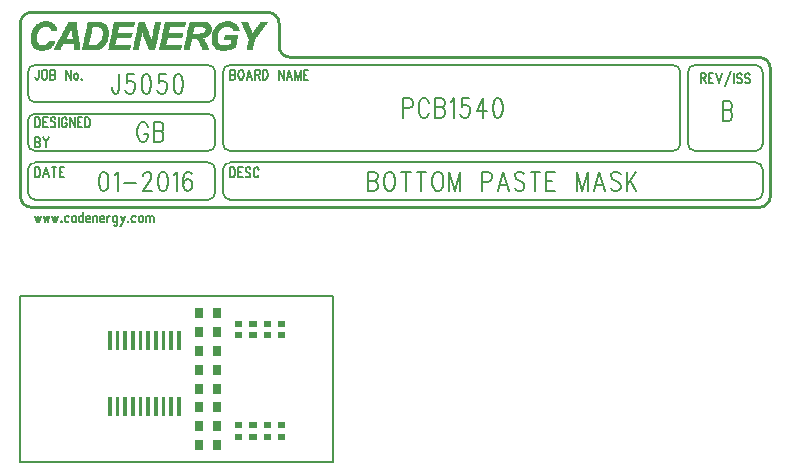
<source format=gbp>
*
*
G04 PADS Layout (Build Number 2007.21.1) generated Gerber (RS-274-X) file*
G04 PC Version=2.1*
*
%IN "J5050.pcb"*%
*
%MOMM*%
*
%FSLAX44Y44*%
*
*
*
*
G04 PC Standard Apertures*
*
*
G04 Thermal Relief Aperture macro.*
%AMTER*
1,1,$1,0,0*
1,0,$1-$2,0,0*
21,0,$3,$4,0,0,45*
21,0,$3,$4,0,0,135*
%
*
*
G04 Annular Aperture macro.*
%AMANN*
1,1,$1,0,0*
1,0,$2,0,0*
%
*
*
G04 Odd Aperture macro.*
%AMODD*
1,1,$1,0,0*
1,0,$1-0.005,0,0*
%
*
*
G04 PC Custom Aperture Macros*
*
*
*
*
*
*
G04 PC Aperture Table*
*
%ADD010C,0.254*%
%ADD011C,0.2032*%
%ADD012C,0.0508*%
%ADD013C,0.127*%
%ADD023C,0.0254*%
%ADD038R,0.635X0.889*%
%ADD071R,0.5X0.5*%
%ADD081C,0.15*%
%ADD086R,0.3X0.3*%
*
*
*
*
G04 PC Circuitry*
G04 Layer Name J5050.pcb - circuitry*
%LPD*%
*
*
G04 PC Custom Flashes*
G04 Layer Name J5050.pcb - flashes*
%LPD*%
*
*
G04 PC Circuitry*
G04 Layer Name J5050.pcb - circuitry*
%LPD*%
*
G54D10*
G01X315000Y655000D02*
G75*
G03X324525Y645475I9525J0D01*
G01X940475*
G03X950000Y655000I0J9525*
G01Y762950*
G03X940475Y772475I-9525J0*
G01X543600*
X534075Y782000D02*
G03X543600Y772475I9525J0D01*
G01X534075Y782000D02*
Y801050D01*
G03X524550Y810575I-9525J0*
G01X324525*
G03X315000Y801050I0J-9525*
G01Y655000*
G54D11*
X880150Y699450D02*
G03X886500Y693100I6350J0D01*
G01X937300*
G03X943650Y699450I0J6350*
G01Y759775*
G03X937300Y766125I-6350J0*
G01X886500*
G03X880150Y759775I0J-6350*
G01Y699450*
X486450Y658175D02*
G03X492800Y651825I6350J0D01*
G01X937300*
G03X943650Y658175I0J6350*
G01Y677225*
G03X937300Y683575I-6350J0*
G01X492800*
G03X486450Y677225I0J-6350*
G01Y658175*
X492800Y766125D02*
G03X486450Y759775I0J-6350D01*
G01X492800Y766125D02*
X867450D01*
X873800Y759775D02*
G03X867450Y766125I-6350J0D01*
G01X873800Y759775D02*
Y699450D01*
X867450Y693100D02*
G03X873800Y699450I0J6350D01*
G01X867450Y693100D02*
X492800D01*
X486450Y699450D02*
G03X492800Y693100I6350J0D01*
G01X486450Y699450D02*
Y759775D01*
X327700Y683575D02*
G03X321350Y677225I0J-6350D01*
G01X327700Y683575D02*
X473750D01*
X480100Y677225D02*
G03X473750Y683575I-6350J0D01*
G01X480100Y677225D02*
Y658175D01*
X473750Y651825D02*
G03X480100Y658175I0J6350D01*
G01X473750Y651825D02*
X327700D01*
X321350Y658175D02*
G03X327700Y651825I6350J0D01*
G01X321350Y658175D02*
Y677225D01*
X327700Y724850D02*
G03X321350Y718500I0J-6350D01*
G01X327700Y724850D02*
X473750D01*
X480100Y718500D02*
G03X473750Y724850I-6350J0D01*
G01X480100Y718500D02*
Y699450D01*
X473750Y693100D02*
G03X480100Y699450I0J6350D01*
G01X473750Y693100D02*
X327700D01*
X321350Y699450D02*
G03X327700Y693100I6350J0D01*
G01X321350Y699450D02*
Y718500D01*
X480100Y759775D02*
G03X473750Y766125I-6350J0D01*
G01X327700*
G03X321350Y759775I0J-6350*
G01Y740725*
G03X327700Y734375I6350J0*
G01X473750*
G03X480100Y740725I0J6350*
G01Y759775*
X398553Y758266D02*
Y745566D01*
X398553D02*
X397976Y743185D01*
X397976D02*
X397398Y742391D01*
X397398D02*
X396244Y741598D01*
X395089*
X395089D02*
X393935Y742391D01*
X393935D02*
X393357Y743185D01*
X393357D02*
X392780Y745566D01*
X392780D02*
Y747154D01*
X411253Y758266D02*
X405480D01*
X405480D02*
X404903Y751123D01*
X405480Y751916*
X405480D02*
X407212Y752710D01*
X407212D02*
X408944D01*
X408944D02*
X410676Y751916D01*
X410676D02*
X411830Y750329D01*
X411830D02*
X412407Y747948D01*
X412407D02*
X411830Y746360D01*
X411830D02*
X411253Y743979D01*
X410098Y742391*
X410098D02*
X408366Y741598D01*
X408366D02*
X406635D01*
X404903Y742391*
X404903D02*
X404326Y743185D01*
X404326D02*
X403748Y744773D01*
X421066Y758266D02*
X419335Y757473D01*
X418180Y755091*
X418180D02*
X417603Y751123D01*
Y748741*
X417603D02*
X418180Y744773D01*
X418180D02*
X419335Y742391D01*
X419335D02*
X421066Y741598D01*
X421066D02*
X422221D01*
X423953Y742391*
X423953D02*
X425107Y744773D01*
X425107D02*
X425685Y748741D01*
X425685D02*
Y751123D01*
X425107Y755091*
X425107D02*
X423953Y757473D01*
X422221Y758266*
X422221D02*
X421066D01*
X438385D02*
X432612D01*
X432612D02*
X432035Y751123D01*
X432612Y751916*
X432612D02*
X434344Y752710D01*
X434344D02*
X436076D01*
X436076D02*
X437807Y751916D01*
X437807D02*
X438962Y750329D01*
X439539Y747948*
X439539D02*
X438962Y746360D01*
X438962D02*
X438385Y743979D01*
X437230Y742391*
X437230D02*
X435498Y741598D01*
X435498D02*
X433766D01*
X433766D02*
X432035Y742391D01*
X432035D02*
X431457Y743185D01*
X431457D02*
X430880Y744773D01*
X448198Y758266D02*
X446466Y757473D01*
X446466D02*
X445312Y755091D01*
X445312D02*
X444735Y751123D01*
Y748741*
X444735D02*
X445312Y744773D01*
X446466Y742391*
X446466D02*
X448198Y741598D01*
X448198D02*
X449353D01*
X451085Y742391*
X451085D02*
X452239Y744773D01*
X452239D02*
X452816Y748741D01*
X452816D02*
Y751123D01*
X452816D02*
X452239Y755091D01*
X452239D02*
X451085Y757473D01*
X449353Y758266*
X449353D02*
X448198D01*
X422801Y713658D02*
X422223Y715245D01*
X422223D02*
X421069Y716833D01*
X419914Y717626*
X419914D02*
X417605D01*
X417605D02*
X416451Y716833D01*
X415296Y715245*
X415296D02*
X414719Y713658D01*
X414142Y711276*
X414142D02*
Y707308D01*
X414719Y704926*
X414719D02*
X415296Y703339D01*
X415296D02*
X416451Y701751D01*
X416451D02*
X417605Y700958D01*
X417605D02*
X419914D01*
X419914D02*
X421069Y701751D01*
X421069D02*
X422223Y703339D01*
X422223D02*
X422801Y704926D01*
X422801D02*
Y707308D01*
X419914D02*
X422801D01*
X427996Y717626D02*
Y700958D01*
Y717626D02*
X433192D01*
X433192D02*
X434923Y716833D01*
X434923D02*
X435501Y716039D01*
X436078Y714451*
X436078D02*
Y712864D01*
X435501Y711276*
X435501D02*
X434923Y710483D01*
X434923D02*
X433192Y709689D01*
X427996D02*
X433192D01*
X434923Y708895*
X434923D02*
X435501Y708101D01*
X435501D02*
X436078Y706514D01*
Y704133*
X435501Y702545*
X435501D02*
X434923Y701751D01*
X434923D02*
X433192Y700958D01*
X427996*
X384989Y675716D02*
X383257Y674923D01*
X383257D02*
X382103Y672541D01*
X382103D02*
X381525Y668573D01*
X381525D02*
Y666191D01*
X381525D02*
X382103Y662223D01*
X383257Y659841*
X383257D02*
X384989Y659048D01*
X386144*
X387875Y659841*
X387875D02*
X389030Y662223D01*
X389607Y666191*
X389607D02*
Y668573D01*
X389607D02*
X389030Y672541D01*
X389030D02*
X387875Y674923D01*
X387875D02*
X386144Y675716D01*
X386144D02*
X384989D01*
X394803Y672541D02*
X395957Y673335D01*
X395957D02*
X397689Y675716D01*
X397689D02*
Y659048D01*
X402884Y666191D02*
X413275D01*
X419048Y671748D02*
Y672541D01*
X419048D02*
X419625Y674129D01*
X419625D02*
X420203Y674923D01*
X421357Y675716*
X421357D02*
X423666D01*
X423666D02*
X424821Y674923D01*
X425398Y674129*
X425398D02*
X425975Y672541D01*
X425975D02*
Y670954D01*
X425975D02*
X425398Y669366D01*
X425398D02*
X424244Y666985D01*
X424244D02*
X418471Y659048D01*
X426553*
X435212Y675716D02*
X433480Y674923D01*
X432325Y672541*
X432325D02*
X431748Y668573D01*
X431748D02*
Y666191D01*
X431748D02*
X432325Y662223D01*
X432325D02*
X433480Y659841D01*
X433480D02*
X435212Y659048D01*
X436366*
X436366D02*
X438098Y659841D01*
X438098D02*
X439253Y662223D01*
X439830Y666191*
X439830D02*
Y668573D01*
X439253Y672541*
X439253D02*
X438098Y674923D01*
X438098D02*
X436366Y675716D01*
X436366D02*
X435212D01*
X445025Y672541D02*
X446180Y673335D01*
X446180D02*
X447912Y675716D01*
X447912D02*
Y659048D01*
X460034Y673335D02*
X459457Y674923D01*
X459457D02*
X457725Y675716D01*
X457725D02*
X456571D01*
X456571D02*
X454839Y674923D01*
X453684Y672541*
X453684D02*
X453107Y668573D01*
X453107D02*
Y664604D01*
X453107D02*
X453684Y661429D01*
X453684D02*
X454839Y659841D01*
X454839D02*
X456571Y659048D01*
X457148*
X457148D02*
X458880Y659841D01*
X458880D02*
X460034Y661429D01*
X460034D02*
X460612Y663810D01*
X460612D02*
Y664604D01*
X460034Y666985*
X460034D02*
X458880Y668573D01*
X457148Y669366*
X457148D02*
X456571D01*
X456571D02*
X454839Y668573D01*
X453684Y666985*
X453684D02*
X453107Y664604D01*
X638988Y737946D02*
Y721278D01*
Y737946D02*
X644184D01*
X644184D02*
X645915Y737153D01*
X645915D02*
X646493Y736359D01*
X647070Y734771*
X647070D02*
Y732390D01*
X647070D02*
X646493Y730803D01*
X645915Y730009*
X645915D02*
X644184Y729215D01*
X644184D02*
X638988D01*
X660924Y733978D02*
X660347Y735565D01*
X660347D02*
X659193Y737153D01*
X658038Y737946*
X658038D02*
X655729D01*
X655729D02*
X654574Y737153D01*
X654574D02*
X653420Y735565D01*
X653420D02*
X652843Y733978D01*
X652265Y731596*
X652265D02*
Y727628D01*
X652265D02*
X652843Y725246D01*
X652843D02*
X653420Y723659D01*
X654574Y722071*
X654574D02*
X655729Y721278D01*
X658038*
X658038D02*
X659193Y722071D01*
X659193D02*
X660347Y723659D01*
X660347D02*
X660924Y725246D01*
X666120Y737946D02*
Y721278D01*
Y737946D02*
X671315D01*
X671315D02*
X673047Y737153D01*
X673047D02*
X673624Y736359D01*
X673624D02*
X674202Y734771D01*
X674202D02*
Y733184D01*
X673624Y731596*
X673624D02*
X673047Y730803D01*
X673047D02*
X671315Y730009D01*
X666120D02*
X671315D01*
X671315D02*
X673047Y729215D01*
X673047D02*
X673624Y728421D01*
X673624D02*
X674202Y726834D01*
Y724453*
X673624Y722865*
X673624D02*
X673047Y722071D01*
X673047D02*
X671315Y721278D01*
X671315D02*
X666120D01*
X679397Y734771D02*
X680552Y735565D01*
X680552D02*
X682284Y737946D01*
X682284D02*
Y721278D01*
X694984Y737946D02*
X689211D01*
X689211D02*
X688634Y730803D01*
X689211Y731596*
X689211D02*
X690943Y732390D01*
X690943D02*
X692674D01*
X692674D02*
X694406Y731596D01*
X694406D02*
X695561Y730009D01*
X696138Y727628*
X696138D02*
X695561Y726040D01*
X695561D02*
X694984Y723659D01*
X693829Y722071*
X693829D02*
X692097Y721278D01*
X692097D02*
X690365D01*
X690365D02*
X688634Y722071D01*
X688634D02*
X688056Y722865D01*
X688056D02*
X687479Y724453D01*
X707106Y737946D02*
X701334Y726834D01*
X709993*
X707106Y737946D02*
Y721278D01*
X718652Y737946D02*
X716920Y737153D01*
X715765Y734771*
X715765D02*
X715188Y730803D01*
X715188D02*
Y728421D01*
X715188D02*
X715765Y724453D01*
X715765D02*
X716920Y722071D01*
X716920D02*
X718652Y721278D01*
X719806*
X719806D02*
X721538Y722071D01*
X721538D02*
X722693Y724453D01*
X723270Y728421*
X723270D02*
Y730803D01*
X722693Y734771*
X722693D02*
X721538Y737153D01*
X721538D02*
X719806Y737946D01*
X719806D02*
X718652D01*
X909556Y735406D02*
Y718738D01*
Y735406D02*
X914751D01*
X914751D02*
X916483Y734613D01*
X916483D02*
X917060Y733819D01*
X917060D02*
X917638Y732231D01*
X917638D02*
Y730644D01*
X917060Y729056*
X917060D02*
X916483Y728263D01*
X916483D02*
X914751Y727469D01*
X909556D02*
X914751D01*
X914751D02*
X916483Y726675D01*
X916483D02*
X917060Y725881D01*
X917060D02*
X917638Y724294D01*
Y721913*
X917060Y720325*
X917060D02*
X916483Y719531D01*
X916483D02*
X914751Y718738D01*
X914751D02*
X909556D01*
X609605Y675716D02*
Y659048D01*
Y675716D02*
X614800D01*
X614800D02*
X616532Y674923D01*
X616532D02*
X617109Y674129D01*
X617109D02*
X617687Y672541D01*
X617687D02*
Y670954D01*
X617109Y669366*
X617109D02*
X616532Y668573D01*
X616532D02*
X614800Y667779D01*
X609605D02*
X614800D01*
X614800D02*
X616532Y666985D01*
X616532D02*
X617109Y666191D01*
X617109D02*
X617687Y664604D01*
Y662223*
X617109Y660635*
X617109D02*
X616532Y659841D01*
X616532D02*
X614800Y659048D01*
X614800D02*
X609605D01*
X626346Y675716D02*
X625191Y674923D01*
X625191D02*
X624037Y673335D01*
X624037D02*
X623459Y671748D01*
X623459D02*
X622882Y669366D01*
X622882D02*
Y665398D01*
X622882D02*
X623459Y663016D01*
X623459D02*
X624037Y661429D01*
X625191Y659841*
X625191D02*
X626346Y659048D01*
X628655*
X629809Y659841*
X629809D02*
X630964Y661429D01*
X631541Y663016*
X631541D02*
X632119Y665398D01*
Y669366*
X632119D02*
X631541Y671748D01*
X631541D02*
X630964Y673335D01*
X630964D02*
X629809Y674923D01*
X629809D02*
X628655Y675716D01*
X628655D02*
X626346D01*
X641355D02*
Y659048D01*
X637314Y675716D02*
X645396D01*
X654632D02*
Y659048D01*
X650591Y675716D02*
X658673D01*
X667332D02*
X666178Y674923D01*
X665023Y673335*
X665023D02*
X664446Y671748D01*
X663869Y669366*
X663869D02*
Y665398D01*
X664446Y663016*
X664446D02*
X665023Y661429D01*
X665023D02*
X666178Y659841D01*
X666178D02*
X667332Y659048D01*
X667332D02*
X669641D01*
X669641D02*
X670796Y659841D01*
X670796D02*
X671950Y661429D01*
X671950D02*
X672528Y663016D01*
X672528D02*
X673105Y665398D01*
Y669366*
X673105D02*
X672528Y671748D01*
X671950Y673335*
X671950D02*
X670796Y674923D01*
X669641Y675716*
X669641D02*
X667332D01*
X678300D02*
Y659048D01*
Y675716D02*
X682919Y659048D01*
X687537Y675716D02*
X682919Y659048D01*
X687537Y675716D02*
Y659048D01*
X706009Y675716D02*
Y659048D01*
Y675716D02*
X711205D01*
X711205D02*
X712937Y674923D01*
X713514Y674129*
X714091Y672541*
X714091D02*
Y670160D01*
X714091D02*
X713514Y668573D01*
X712937Y667779*
X711205Y666985*
X711205D02*
X706009D01*
X723905Y675716D02*
X719287Y659048D01*
X723905Y675716D02*
X728523Y659048D01*
X721019Y664604D02*
X726791D01*
X741800Y673335D02*
X740646Y674923D01*
X738914Y675716*
X738914D02*
X736605D01*
X736605D02*
X734873Y674923D01*
X734873D02*
X733719Y673335D01*
X733719D02*
Y671748D01*
X734296Y670160*
X734296D02*
X734873Y669366D01*
X734873D02*
X736028Y668573D01*
X739491Y666985*
X739491D02*
X740646Y666191D01*
X740646D02*
X741223Y665398D01*
X741223D02*
X741800Y663810D01*
X741800D02*
Y661429D01*
X741800D02*
X740646Y659841D01*
X740646D02*
X738914Y659048D01*
X736605*
X734873Y659841*
X734873D02*
X733719Y661429D01*
X751037Y675716D02*
Y659048D01*
X746996Y675716D02*
X755078D01*
X760273D02*
Y659048D01*
Y675716D02*
X767778D01*
X760273Y667779D02*
X764891D01*
X760273Y659048D02*
X767778D01*
X786250Y675716D02*
Y659048D01*
Y675716D02*
X790869Y659048D01*
X795487Y675716D02*
X790869Y659048D01*
X795487Y675716D02*
Y659048D01*
X805300Y675716D02*
X800682Y659048D01*
X805300Y675716D02*
X809919Y659048D01*
X802414Y664604D02*
X808187D01*
X823196Y673335D02*
X822041Y674923D01*
X822041D02*
X820309Y675716D01*
X820309D02*
X818000D01*
X818000D02*
X816269Y674923D01*
X815114Y673335*
X815114D02*
Y671748D01*
X815691Y670160*
X815691D02*
X816269Y669366D01*
X816269D02*
X817423Y668573D01*
X817423D02*
X820887Y666985D01*
X820887D02*
X822041Y666191D01*
X822041D02*
X822619Y665398D01*
X823196Y663810*
X823196D02*
Y661429D01*
X822041Y659841*
X822041D02*
X820309Y659048D01*
X820309D02*
X818000D01*
X818000D02*
X816269Y659841D01*
X816269D02*
X815114Y661429D01*
X828391Y675716D02*
Y659048D01*
X836473Y675716D02*
X828391Y664604D01*
X831278Y668573D02*
X836473Y659048D01*
G54D12*
X330875Y778825D02*
X335073D01*
X484227D02*
X489156D01*
X329414Y779190D02*
X336534D01*
X343289D02*
X347853D01*
X360815D02*
X365014D01*
X367022D02*
X378888D01*
X389295D02*
X407003D01*
X410107D02*
X414306D01*
X423981D02*
X428180D01*
X432379D02*
X450088D01*
X453191D02*
X457390D01*
X469257D02*
X474186D01*
X482767D02*
X490982D01*
X506500D02*
X510699D01*
X328684Y779555D02*
X337629D01*
X343289D02*
X348218D01*
X360815D02*
X365014D01*
X367022D02*
X380349D01*
X389295D02*
X407003D01*
X410107D02*
X414671D01*
X423616D02*
X428545D01*
X432379D02*
X450088D01*
X453191D02*
X457755D01*
X468892D02*
X473821D01*
X481671D02*
X492442D01*
X506500D02*
X511064D01*
X327954Y779920D02*
X338360D01*
X343654D02*
X348218D01*
X360815D02*
X365014D01*
X367387D02*
X381444D01*
X389660D02*
X407368D01*
X410472D02*
X414671D01*
X423616D02*
X428545D01*
X432744D02*
X450453D01*
X453557D02*
X457755D01*
X468892D02*
X473821D01*
X480941D02*
X493538D01*
X506865D02*
X511064D01*
X327588Y780285D02*
X339090D01*
X343654D02*
X348583D01*
X360450D02*
X365014D01*
X367387D02*
X382175D01*
X389660D02*
X407368D01*
X410472D02*
X414671D01*
X423616D02*
X428545D01*
X432744D02*
X450453D01*
X453557D02*
X457755D01*
X468892D02*
X473821D01*
X480576D02*
X494268D01*
X506865D02*
X511064D01*
X326858Y780650D02*
X339820D01*
X344019D02*
X348583D01*
X360450D02*
X364649D01*
X367387D02*
X382905D01*
X389660D02*
X407368D01*
X410472D02*
X414671D01*
X423251D02*
X428545D01*
X432744D02*
X450453D01*
X453557D02*
X457755D01*
X468527D02*
X473456D01*
X480211D02*
X494998D01*
X506865D02*
X511064D01*
X326493Y781015D02*
X340185D01*
X344019D02*
X348948D01*
X360450D02*
X364649D01*
X367387D02*
X383635D01*
X389660D02*
X407733D01*
X410472D02*
X414671D01*
X423251D02*
X428545D01*
X432744D02*
X450818D01*
X453557D02*
X457755D01*
X468527D02*
X473456D01*
X479846D02*
X495728D01*
X506865D02*
X511064D01*
X326128Y781380D02*
X340550D01*
X344384D02*
X348948D01*
X360450D02*
X364649D01*
X367387D02*
X384000D01*
X389660D02*
X407733D01*
X410472D02*
X415036D01*
X422886D02*
X428911D01*
X432744D02*
X450818D01*
X453557D02*
X458121D01*
X468527D02*
X473091D01*
X479480D02*
X496459D01*
X506865D02*
X511429D01*
X326128Y781746D02*
X340915D01*
X344749D02*
X349313D01*
X360450D02*
X364649D01*
X367752D02*
X384365D01*
X390025D02*
X407733D01*
X410837D02*
X415036D01*
X422886D02*
X428911D01*
X433110D02*
X450818D01*
X453922D02*
X458121D01*
X468162D02*
X473091D01*
X479115D02*
X496824D01*
X507230D02*
X511429D01*
X325763Y782111D02*
X341281D01*
X344749D02*
X349678D01*
X360450D02*
X364649D01*
X367752D02*
X384730D01*
X390025D02*
X407733D01*
X410837D02*
X415036D01*
X422886D02*
X428911D01*
X433110D02*
X450818D01*
X453922D02*
X458121D01*
X468162D02*
X473091D01*
X478750D02*
X496824D01*
X507230D02*
X511429D01*
X325398Y782476D02*
X341646D01*
X345114D02*
X349678D01*
X360450D02*
X364649D01*
X367752D02*
X385096D01*
X390025D02*
X408098D01*
X410837D02*
X415036D01*
X422521D02*
X428911D01*
X433110D02*
X451183D01*
X453922D02*
X458121D01*
X467796D02*
X472726D01*
X478385D02*
X496824D01*
X507230D02*
X511429D01*
X325398Y782841D02*
X331787D01*
X334891D02*
X342011D01*
X345114D02*
X350044D01*
X360085D02*
X364649D01*
X367752D02*
X385461D01*
X390025D02*
X408098D01*
X410837D02*
X415036D01*
X422521D02*
X428911D01*
X433110D02*
X451183D01*
X453922D02*
X458121D01*
X467796D02*
X472726D01*
X478385D02*
X484775D01*
X488974D02*
X496824D01*
X507230D02*
X511429D01*
X325033Y783206D02*
X331057D01*
X336351D02*
X342376D01*
X345480D02*
X350044D01*
X360085D02*
X364283D01*
X367752D02*
X372316D01*
X378341D02*
X385826D01*
X390025D02*
X394589D01*
X410837D02*
X415401D01*
X422521D02*
X429276D01*
X433110D02*
X437674D01*
X453922D02*
X458486D01*
X467431D02*
X472360D01*
X478020D02*
X483679D01*
X490434D02*
X496824D01*
X507230D02*
X511794D01*
X325033Y783571D02*
X330327D01*
X337082D02*
X342376D01*
X345480D02*
X350409D01*
X360085D02*
X364283D01*
X368117D02*
X372316D01*
X379801D02*
X386191D01*
X390390D02*
X394589D01*
X411202D02*
X415401D01*
X422156D02*
X429276D01*
X433475D02*
X437674D01*
X454287D02*
X458486D01*
X467431D02*
X472360D01*
X478020D02*
X482949D01*
X491530D02*
X497189D01*
X507595D02*
X511794D01*
X324667Y783936D02*
X329962D01*
X337447D02*
X342741D01*
X345845D02*
X350409D01*
X360085D02*
X364283D01*
X368117D02*
X372316D01*
X380532D02*
X386556D01*
X390390D02*
X394589D01*
X411202D02*
X415401D01*
X422156D02*
X429276D01*
X433475D02*
X437674D01*
X454287D02*
X458486D01*
X467431D02*
X471995D01*
X477655D02*
X482584D01*
X492625D02*
X497189D01*
X507595D02*
X511794D01*
X324667Y784301D02*
X329597D01*
X337812D02*
X343106D01*
X345845D02*
X364283D01*
X368117D02*
X372316D01*
X380897D02*
X386556D01*
X390390D02*
X394589D01*
X411202D02*
X415401D01*
X421791D02*
X429276D01*
X433475D02*
X437674D01*
X454287D02*
X458486D01*
X467066D02*
X471995D01*
X477655D02*
X482219D01*
X492990D02*
X497189D01*
X507595D02*
X511794D01*
X324302Y784667D02*
X329231D01*
X338542D02*
X343106D01*
X346210D02*
X364283D01*
X368117D02*
X372681D01*
X381627D02*
X386921D01*
X390390D02*
X394954D01*
X411202D02*
X415401D01*
X421791D02*
X429641D01*
X433475D02*
X438039D01*
X454287D02*
X458851D01*
X467066D02*
X471630D01*
X477290D02*
X482219D01*
X492990D02*
X497189D01*
X507595D02*
X512159D01*
X324302Y785032D02*
X328866D01*
X338542D02*
X343471D01*
X346210D02*
X364283D01*
X368482D02*
X372681D01*
X381992D02*
X387286D01*
X390755D02*
X394954D01*
X411567D02*
X415766D01*
X421791D02*
X429641D01*
X433840D02*
X438039D01*
X454652D02*
X458851D01*
X466701D02*
X471630D01*
X477290D02*
X481854D01*
X492990D02*
X497554D01*
X507960D02*
X512159D01*
X324302Y785397D02*
X328866D01*
X338907D02*
X343471D01*
X346575D02*
X364283D01*
X368482D02*
X372681D01*
X382357D02*
X387286D01*
X390755D02*
X394954D01*
X411567D02*
X415766D01*
X421426D02*
X429641D01*
X433840D02*
X438039D01*
X454652D02*
X458851D01*
X466701D02*
X471265D01*
X477290D02*
X481489D01*
X492990D02*
X497554D01*
X507960D02*
X512159D01*
X324302Y785762D02*
X328501D01*
X339272D02*
X343836D01*
X346575D02*
X363918D01*
X368482D02*
X372681D01*
X382357D02*
X387651D01*
X390755D02*
X394954D01*
X411567D02*
X415766D01*
X421426D02*
X429641D01*
X433840D02*
X438039D01*
X454652D02*
X458851D01*
X466336D02*
X471265D01*
X477290D02*
X481489D01*
X493355D02*
X497554D01*
X507960D02*
X512159D01*
X324302Y786127D02*
X328501D01*
X339272D02*
X343471D01*
X346940D02*
X363918D01*
X368482D02*
X372681D01*
X382722D02*
X387651D01*
X390755D02*
X394954D01*
X411567D02*
X415766D01*
X421060D02*
X429641D01*
X433840D02*
X438039D01*
X454652D02*
X458851D01*
X466336D02*
X470900D01*
X477290D02*
X481489D01*
X493355D02*
X497554D01*
X507960D02*
X512159D01*
X323937Y786492D02*
X328501D01*
X339638D02*
X340915D01*
X347305D02*
X363918D01*
X368482D02*
X373046D01*
X383087D02*
X388017D01*
X390755D02*
X395319D01*
X411567D02*
X415766D01*
X421060D02*
X430006D01*
X433840D02*
X438404D01*
X454652D02*
X459216D01*
X465971D02*
X470900D01*
X476925D02*
X481489D01*
X493355D02*
X497554D01*
X507960D02*
X512524D01*
X323937Y786857D02*
X328136D01*
X347305D02*
X363918D01*
X368848D02*
X373046D01*
X383087D02*
X388017D01*
X391120D02*
X395319D01*
X411932D02*
X416131D01*
X421060D02*
X430006D01*
X434205D02*
X438404D01*
X455017D02*
X459216D01*
X465971D02*
X470535D01*
X476925D02*
X481123D01*
X493355D02*
X497919D01*
X508325D02*
X512524D01*
X323937Y787222D02*
X328136D01*
X347670D02*
X363918D01*
X368848D02*
X373046D01*
X383453D02*
X388017D01*
X391120D02*
X395319D01*
X411932D02*
X416131D01*
X420695D02*
X430006D01*
X434205D02*
X438404D01*
X455017D02*
X459216D01*
X465606D02*
X470535D01*
X476925D02*
X481123D01*
X493720D02*
X497919D01*
X508325D02*
X512524D01*
X323937Y787588D02*
X328136D01*
X347670D02*
X363918D01*
X368848D02*
X373046D01*
X383818D02*
X388382D01*
X391120D02*
X395319D01*
X411932D02*
X416131D01*
X420695D02*
X425259D01*
X426172D02*
X430006D01*
X434205D02*
X438404D01*
X455017D02*
X459216D01*
X465241D02*
X470170D01*
X476925D02*
X481123D01*
X493720D02*
X497919D01*
X508325D02*
X512524D01*
X323937Y787953D02*
X328136D01*
X348035D02*
X363918D01*
X368848D02*
X373046D01*
X383818D02*
X388382D01*
X391120D02*
X395319D01*
X411932D02*
X416131D01*
X420695D02*
X425259D01*
X426172D02*
X430006D01*
X434205D02*
X438404D01*
X455017D02*
X459216D01*
X464875D02*
X469805D01*
X476925D02*
X481123D01*
X487148D02*
X497919D01*
X508325D02*
X512889D01*
X323937Y788318D02*
X328136D01*
X348035D02*
X352965D01*
X359354D02*
X363553D01*
X368848D02*
X373412D01*
X384183D02*
X388382D01*
X391120D02*
X395684D01*
X411932D02*
X416131D01*
X420330D02*
X424894D01*
X426172D02*
X430371D01*
X434205D02*
X438769D01*
X455017D02*
X459581D01*
X464510D02*
X469439D01*
X476925D02*
X481123D01*
X487148D02*
X497919D01*
X508325D02*
X512889D01*
X323937Y788683D02*
X328136D01*
X348401D02*
X352965D01*
X359354D02*
X363553D01*
X369213D02*
X373412D01*
X384183D02*
X388747D01*
X391485D02*
X395684D01*
X412297D02*
X416496D01*
X420330D02*
X424894D01*
X426172D02*
X430371D01*
X434570D02*
X438769D01*
X455382D02*
X459581D01*
X463780D02*
X469074D01*
X476925D02*
X481123D01*
X487513D02*
X498284D01*
X508325D02*
X513254D01*
X323937Y789048D02*
X328136D01*
X348401D02*
X353330D01*
X359354D02*
X363553D01*
X369213D02*
X373412D01*
X384183D02*
X388747D01*
X391485D02*
X395684D01*
X412297D02*
X416496D01*
X419965D02*
X424894D01*
X426172D02*
X430371D01*
X434570D02*
X438769D01*
X455382D02*
X468709D01*
X476925D02*
X481123D01*
X487513D02*
X498284D01*
X507960D02*
X513620D01*
X323937Y789413D02*
X328136D01*
X348766D02*
X353330D01*
X359354D02*
X363553D01*
X369213D02*
X373412D01*
X384548D02*
X388747D01*
X391485D02*
X395684D01*
X412297D02*
X416496D01*
X419965D02*
X424529D01*
X426537D02*
X430371D01*
X434570D02*
X438769D01*
X455382D02*
X470535D01*
X476925D02*
X481123D01*
X487513D02*
X498284D01*
X507960D02*
X513985D01*
X323937Y789778D02*
X328136D01*
X348766D02*
X353695D01*
X359354D02*
X363553D01*
X369213D02*
X373777D01*
X384548D02*
X388747D01*
X391485D02*
X408098D01*
X412297D02*
X416496D01*
X419965D02*
X424529D01*
X426537D02*
X430736D01*
X434570D02*
X451183D01*
X455382D02*
X471630D01*
X476925D02*
X481123D01*
X487513D02*
X498284D01*
X507595D02*
X513985D01*
X323937Y790143D02*
X328136D01*
X349131D02*
X353695D01*
X359354D02*
X363553D01*
X369578D02*
X373777D01*
X384548D02*
X388747D01*
X391850D02*
X408098D01*
X412663D02*
X416496D01*
X419600D02*
X424164D01*
X426537D02*
X430736D01*
X434935D02*
X451183D01*
X455747D02*
X472360D01*
X476925D02*
X481123D01*
X487878D02*
X498284D01*
X507595D02*
X514350D01*
X323937Y790509D02*
X328136D01*
X349131D02*
X354060D01*
X358989D02*
X363188D01*
X369578D02*
X373777D01*
X384548D02*
X389112D01*
X391850D02*
X408464D01*
X412663D02*
X416861D01*
X419600D02*
X424164D01*
X426537D02*
X430736D01*
X434935D02*
X451548D01*
X455747D02*
X473091D01*
X476925D02*
X481123D01*
X487878D02*
X498649D01*
X507595D02*
X514715D01*
X323937Y790874D02*
X328501D01*
X349496D02*
X354425D01*
X358989D02*
X363188D01*
X369578D02*
X373777D01*
X384913D02*
X389112D01*
X391850D02*
X408464D01*
X412663D02*
X416861D01*
X419235D02*
X424164D01*
X426537D02*
X430736D01*
X434935D02*
X451548D01*
X455747D02*
X473456D01*
X476925D02*
X481489D01*
X487878D02*
X498649D01*
X507230D02*
X515080D01*
X323937Y791239D02*
X328501D01*
X349861D02*
X354425D01*
X358989D02*
X363188D01*
X369578D02*
X373777D01*
X384913D02*
X389112D01*
X391850D02*
X408464D01*
X412663D02*
X416861D01*
X419235D02*
X423799D01*
X426902D02*
X430736D01*
X434935D02*
X451548D01*
X455747D02*
X473821D01*
X477290D02*
X481489D01*
X488243D02*
X498649D01*
X507230D02*
X515080D01*
X324302Y791604D02*
X328501D01*
X349861D02*
X354790D01*
X358989D02*
X363188D01*
X369578D02*
X374142D01*
X384913D02*
X389112D01*
X391850D02*
X408829D01*
X412663D02*
X416861D01*
X419235D02*
X423799D01*
X426902D02*
X431101D01*
X434935D02*
X451913D01*
X455747D02*
X474186D01*
X477290D02*
X481489D01*
X488243D02*
X498649D01*
X506865D02*
X515445D01*
X324302Y791969D02*
X328501D01*
X350226D02*
X354790D01*
X358989D02*
X363188D01*
X369943D02*
X374142D01*
X384913D02*
X389112D01*
X392216D02*
X408829D01*
X413028D02*
X416861D01*
X418870D02*
X423434D01*
X426902D02*
X431101D01*
X435300D02*
X451913D01*
X456112D02*
X474551D01*
X477290D02*
X481489D01*
X506865D02*
X515810D01*
X324302Y792334D02*
X328501D01*
X350226D02*
X355155D01*
X358989D02*
X363188D01*
X369943D02*
X374142D01*
X384913D02*
X389112D01*
X392216D02*
X408829D01*
X413028D02*
X417227D01*
X418870D02*
X423434D01*
X426902D02*
X431101D01*
X435300D02*
X451913D01*
X456112D02*
X474916D01*
X477290D02*
X481489D01*
X506500D02*
X516175D01*
X324302Y792699D02*
X328866D01*
X350591D02*
X355155D01*
X358624D02*
X363188D01*
X369943D02*
X374142D01*
X384913D02*
X389112D01*
X392216D02*
X408829D01*
X413028D02*
X417227D01*
X418870D02*
X423434D01*
X426902D02*
X431101D01*
X435300D02*
X451913D01*
X456112D02*
X460311D01*
X467431D02*
X474916D01*
X477290D02*
X481854D01*
X506500D02*
X516175D01*
X324302Y793064D02*
X328866D01*
X350591D02*
X355520D01*
X358624D02*
X362823D01*
X369943D02*
X374142D01*
X384913D02*
X389112D01*
X392216D02*
X409194D01*
X413028D02*
X417227D01*
X418505D02*
X423069D01*
X427268D02*
X431101D01*
X435300D02*
X452279D01*
X456112D02*
X460311D01*
X469257D02*
X475281D01*
X477655D02*
X481854D01*
X506500D02*
X511064D01*
X511611D02*
X516541D01*
X324667Y793430D02*
X328866D01*
X350956D02*
X355520D01*
X358624D02*
X362823D01*
X369943D02*
X374507D01*
X384913D02*
X389112D01*
X392216D02*
X409194D01*
X413028D02*
X417227D01*
X418505D02*
X423069D01*
X427268D02*
X431466D01*
X435300D02*
X452279D01*
X456112D02*
X460676D01*
X469987D02*
X475281D01*
X477655D02*
X481854D01*
X506135D02*
X510699D01*
X511977D02*
X516906D01*
X324667Y793795D02*
X329231D01*
X350956D02*
X355886D01*
X358624D02*
X362823D01*
X370308D02*
X374507D01*
X384913D02*
X389112D01*
X392581D02*
X396780D01*
X413393D02*
X417227D01*
X418139D02*
X423069D01*
X427268D02*
X431466D01*
X435665D02*
X439864D01*
X456478D02*
X460676D01*
X470352D02*
X475647D01*
X477655D02*
X482219D01*
X506135D02*
X510699D01*
X511977D02*
X517271D01*
X324667Y794160D02*
X329231D01*
X351322D02*
X355886D01*
X358624D02*
X362823D01*
X370308D02*
X374507D01*
X384913D02*
X389112D01*
X392581D02*
X396780D01*
X413393D02*
X417592D01*
X418139D02*
X422703D01*
X427268D02*
X431466D01*
X435665D02*
X439864D01*
X456478D02*
X460676D01*
X470717D02*
X475647D01*
X478020D02*
X482219D01*
X505769D02*
X510333D01*
X512342D02*
X517271D01*
X325033Y794525D02*
X329597D01*
X351322D02*
X356251D01*
X358624D02*
X362823D01*
X370308D02*
X374507D01*
X384913D02*
X389112D01*
X392581D02*
X396780D01*
X413393D02*
X417592D01*
X418139D02*
X422703D01*
X427268D02*
X431466D01*
X435665D02*
X439864D01*
X456478D02*
X460676D01*
X471083D02*
X475647D01*
X478020D02*
X482584D01*
X505769D02*
X510333D01*
X512707D02*
X517636D01*
X325033Y794890D02*
X329597D01*
X351687D02*
X356251D01*
X358624D02*
X362823D01*
X370308D02*
X374872D01*
X384913D02*
X389112D01*
X392581D02*
X397145D01*
X413393D02*
X422338D01*
X427633D02*
X431832D01*
X435665D02*
X440229D01*
X456478D02*
X461042D01*
X471448D02*
X476012D01*
X478385D02*
X482584D01*
X505404D02*
X510333D01*
X512707D02*
X518001D01*
X325033Y795255D02*
X329962D01*
X341098D02*
X342741D01*
X351687D02*
X356616D01*
X358259D02*
X362823D01*
X370308D02*
X374872D01*
X384548D02*
X389112D01*
X392581D02*
X397145D01*
X413393D02*
X422338D01*
X427633D02*
X431832D01*
X435665D02*
X440229D01*
X456478D02*
X461042D01*
X471448D02*
X476012D01*
X478385D02*
X482949D01*
X495546D02*
X496824D01*
X505404D02*
X509968D01*
X513072D02*
X518366D01*
X325398Y795620D02*
X329962D01*
X341098D02*
X345297D01*
X352052D02*
X356981D01*
X358259D02*
X362458D01*
X370673D02*
X374872D01*
X384548D02*
X388747D01*
X392946D02*
X397145D01*
X413758D02*
X422338D01*
X427633D02*
X431832D01*
X436031D02*
X440229D01*
X456843D02*
X461042D01*
X471813D02*
X476012D01*
X478385D02*
X482949D01*
X495181D02*
X499745D01*
X505039D02*
X509968D01*
X513437D02*
X518366D01*
X325398Y795985D02*
X330327D01*
X340733D02*
X345297D01*
X352417D02*
X356981D01*
X358259D02*
X362458D01*
X370673D02*
X374872D01*
X384548D02*
X388747D01*
X392946D02*
X397145D01*
X413758D02*
X421973D01*
X427633D02*
X431832D01*
X436031D02*
X440229D01*
X456843D02*
X461042D01*
X471813D02*
X476012D01*
X478750D02*
X483314D01*
X495181D02*
X499745D01*
X505039D02*
X509603D01*
X513802D02*
X518731D01*
X325763Y796351D02*
X330692D01*
X340733D02*
X345297D01*
X352417D02*
X357346D01*
X358259D02*
X362458D01*
X370673D02*
X374872D01*
X384183D02*
X388747D01*
X392946D02*
X397145D01*
X413758D02*
X421973D01*
X427633D02*
X431832D01*
X436031D02*
X440229D01*
X456843D02*
X461042D01*
X471813D02*
X476012D01*
X478750D02*
X483679D01*
X495181D02*
X499380D01*
X505039D02*
X509603D01*
X513802D02*
X519096D01*
X325763Y796716D02*
X331057D01*
X340733D02*
X344932D01*
X352782D02*
X357346D01*
X358259D02*
X362458D01*
X370673D02*
X375237D01*
X384183D02*
X388747D01*
X392946D02*
X397510D01*
X413758D02*
X421608D01*
X427998D02*
X432197D01*
X436031D02*
X440595D01*
X456843D02*
X461407D01*
X471813D02*
X476012D01*
X479115D02*
X484044D01*
X494816D02*
X499380D01*
X504674D02*
X509238D01*
X514167D02*
X519462D01*
X326128Y797081D02*
X331422D01*
X340368D02*
X344932D01*
X352782D02*
X357711D01*
X358259D02*
X362458D01*
X371038D02*
X375237D01*
X383818D02*
X388382D01*
X393311D02*
X397510D01*
X414123D02*
X421608D01*
X427998D02*
X432197D01*
X436396D02*
X440595D01*
X457208D02*
X461407D01*
X471813D02*
X476012D01*
X479480D02*
X484410D01*
X494451D02*
X499380D01*
X504674D02*
X509238D01*
X514532D02*
X519462D01*
X326128Y797446D02*
X331787D01*
X340003D02*
X344932D01*
X353147D02*
X357711D01*
X358259D02*
X362458D01*
X371038D02*
X375237D01*
X383453D02*
X388382D01*
X393311D02*
X397510D01*
X414123D02*
X421608D01*
X427998D02*
X432197D01*
X436396D02*
X440595D01*
X457208D02*
X461407D01*
X471448D02*
X476012D01*
X479480D02*
X484775D01*
X494085D02*
X499015D01*
X504309D02*
X508873D01*
X514898D02*
X519827D01*
X326493Y797811D02*
X332152D01*
X340003D02*
X344932D01*
X353147D02*
X362458D01*
X371038D02*
X375237D01*
X383087D02*
X388382D01*
X393311D02*
X397510D01*
X414123D02*
X421243D01*
X427998D02*
X432197D01*
X436396D02*
X440595D01*
X457208D02*
X461407D01*
X471448D02*
X476012D01*
X479846D02*
X485505D01*
X493720D02*
X499015D01*
X504309D02*
X508873D01*
X514898D02*
X520192D01*
X326858Y798176D02*
X332883D01*
X339638D02*
X344567D01*
X353512D02*
X362093D01*
X371038D02*
X375237D01*
X382357D02*
X388017D01*
X393311D02*
X397510D01*
X414123D02*
X421243D01*
X427998D02*
X432197D01*
X436396D02*
X440595D01*
X457208D02*
X461407D01*
X471083D02*
X476012D01*
X480211D02*
X485870D01*
X493355D02*
X499015D01*
X503944D02*
X508873D01*
X515263D02*
X520557D01*
X326858Y798541D02*
X333613D01*
X338907D02*
X344567D01*
X353512D02*
X362093D01*
X371038D02*
X375602D01*
X381627D02*
X388017D01*
X393311D02*
X397875D01*
X414123D02*
X421243D01*
X428363D02*
X432562D01*
X436396D02*
X440960D01*
X457208D02*
X461772D01*
X469987D02*
X475647D01*
X480211D02*
X486965D01*
X492625D02*
X498649D01*
X503944D02*
X508508D01*
X515628D02*
X520557D01*
X327223Y798906D02*
X334708D01*
X337812D02*
X344202D01*
X353877D02*
X362093D01*
X371403D02*
X387651D01*
X393676D02*
X410289D01*
X414488D02*
X420878D01*
X428363D02*
X432562D01*
X436761D02*
X453374D01*
X457573D02*
X475647D01*
X480576D02*
X488061D01*
X491895D02*
X498649D01*
X503944D02*
X508508D01*
X515993D02*
X520922D01*
X327588Y799272D02*
X344202D01*
X353877D02*
X362093D01*
X371403D02*
X387286D01*
X393676D02*
X410289D01*
X414488D02*
X420878D01*
X428363D02*
X432562D01*
X436761D02*
X453374D01*
X457573D02*
X475647D01*
X480941D02*
X498284D01*
X503579D02*
X508143D01*
X515993D02*
X521287D01*
X327954Y799637D02*
X343836D01*
X354243D02*
X362093D01*
X371403D02*
X387286D01*
X393676D02*
X410654D01*
X414488D02*
X420513D01*
X428363D02*
X432562D01*
X436761D02*
X453739D01*
X457573D02*
X475281D01*
X481306D02*
X497919D01*
X503579D02*
X508143D01*
X516358D02*
X521652D01*
X328319Y800002D02*
X343471D01*
X354608D02*
X362093D01*
X371403D02*
X386921D01*
X393676D02*
X410654D01*
X414488D02*
X420513D01*
X428363D02*
X432562D01*
X436761D02*
X453739D01*
X457573D02*
X475281D01*
X481671D02*
X497554D01*
X503214D02*
X507778D01*
X516723D02*
X521652D01*
X328684Y800367D02*
X343106D01*
X354608D02*
X362093D01*
X371403D02*
X386556D01*
X393676D02*
X410654D01*
X414488D02*
X420513D01*
X428728D02*
X432927D01*
X436761D02*
X453739D01*
X457573D02*
X474916D01*
X482036D02*
X497554D01*
X503214D02*
X507778D01*
X517088D02*
X522017D01*
X329414Y800732D02*
X342741D01*
X354973D02*
X361728D01*
X371769D02*
X386191D01*
X394041D02*
X411019D01*
X414853D02*
X420148D01*
X428728D02*
X432927D01*
X437126D02*
X454104D01*
X457938D02*
X474551D01*
X482767D02*
X497189D01*
X502848D02*
X507412D01*
X517088D02*
X522383D01*
X329779Y801097D02*
X342376D01*
X354973D02*
X361728D01*
X371769D02*
X385826D01*
X394041D02*
X411019D01*
X414853D02*
X420148D01*
X428728D02*
X432927D01*
X437126D02*
X454104D01*
X457938D02*
X474186D01*
X483132D02*
X496459D01*
X502848D02*
X507412D01*
X517453D02*
X522748D01*
X330509Y801462D02*
X342011D01*
X355338D02*
X361728D01*
X371769D02*
X385096D01*
X394041D02*
X411019D01*
X414853D02*
X419782D01*
X428728D02*
X432927D01*
X437126D02*
X454104D01*
X457938D02*
X473821D01*
X483497D02*
X496094D01*
X502848D02*
X507412D01*
X517819D02*
X522748D01*
X330875Y801827D02*
X341281D01*
X355338D02*
X361728D01*
X371769D02*
X384730D01*
X394041D02*
X411019D01*
X414853D02*
X419782D01*
X428728D02*
X433292D01*
X437126D02*
X454104D01*
X457938D02*
X473456D01*
X484227D02*
X495363D01*
X502483D02*
X507047D01*
X518184D02*
X523113D01*
X331970Y802193D02*
X340915D01*
X355703D02*
X361728D01*
X372134D02*
X383635D01*
X394406D02*
X411385D01*
X415218D02*
X419782D01*
X429093D02*
X433292D01*
X437491D02*
X454469D01*
X458303D02*
X472726D01*
X485322D02*
X494633D01*
X502483D02*
X507047D01*
X518184D02*
X523478D01*
X332700Y802558D02*
X339820D01*
X355703D02*
X361728D01*
X372134D02*
X382175D01*
X394406D02*
X411385D01*
X415218D02*
X419417D01*
X429093D02*
X433292D01*
X437491D02*
X454469D01*
X458303D02*
X471265D01*
X486053D02*
X493903D01*
X502118D02*
X506682D01*
X518549D02*
X523843D01*
X334161Y802923D02*
X338360D01*
X487878D02*
X492442D01*
G54D13*
X330586Y761759D02*
Y755409D01*
X330297Y754218*
X330297D02*
X330009Y753821D01*
X330009D02*
X329431Y753425D01*
X329431D02*
X328854D01*
X328854D02*
X328277Y753821D01*
X328277D02*
X327988Y754218D01*
X327988D02*
X327700Y755409D01*
Y756203*
X334915Y761759D02*
X334338Y761362D01*
X334338D02*
X333761Y760568D01*
X333761D02*
X333472Y759775D01*
X333472D02*
X333184Y758584D01*
Y756600*
X333472Y755409*
X333472D02*
X333761Y754615D01*
X333761D02*
X334338Y753821D01*
X334338D02*
X334915Y753425D01*
X334915D02*
X336070D01*
X336647Y753821*
X336647D02*
X337225Y754615D01*
X337225D02*
X337513Y755409D01*
X337513D02*
X337802Y756600D01*
Y758584*
X337513Y759775*
X337513D02*
X337225Y760568D01*
X337225D02*
X336647Y761362D01*
X336647D02*
X336070Y761759D01*
X334915*
X340400D02*
Y753425D01*
Y761759D02*
X342997D01*
X342997D02*
X343863Y761362D01*
X343863D02*
X344152Y760965D01*
X344152D02*
X344440Y760171D01*
X344440D02*
Y759378D01*
X344440D02*
X344152Y758584D01*
X343863Y758187*
X343863D02*
X342997Y757790D01*
X340400D02*
X342997D01*
X342997D02*
X343863Y757393D01*
X343863D02*
X344152Y756996D01*
X344152D02*
X344440Y756203D01*
X344440D02*
Y755012D01*
X344440D02*
X344152Y754218D01*
X344152D02*
X343863Y753821D01*
X343863D02*
X342997Y753425D01*
X342997D02*
X340400D01*
X353677Y761759D02*
Y753425D01*
Y761759D02*
X357718Y753425D01*
Y761759D02*
Y753425D01*
X361759Y758981D02*
X361181Y758584D01*
X361181D02*
X360604Y757790D01*
X360604D02*
X360315Y756600D01*
X360315D02*
Y755806D01*
X360315D02*
X360604Y754615D01*
X360604D02*
X361181Y753821D01*
X361181D02*
X361759Y753425D01*
X362625*
X363202Y753821*
X363202D02*
X363779Y754615D01*
X363779D02*
X364068Y755806D01*
Y756600*
X363779Y757790*
X363779D02*
X363202Y758584D01*
X362625Y758981*
X361759*
X366954Y754218D02*
X366665Y753821D01*
X366665D02*
X366954Y753425D01*
X366954D02*
X367243Y753821D01*
X367243D02*
X366954Y754218D01*
X327700Y721754D02*
Y713420D01*
Y721754D02*
X329720D01*
X330586Y721357*
X330586D02*
X331163Y720563D01*
X331163D02*
X331452Y719770D01*
X331740Y718579*
X331740D02*
Y716595D01*
X331740D02*
X331452Y715404D01*
X331163Y714610*
X331163D02*
X330586Y713816D01*
X330586D02*
X329720Y713420D01*
X327700*
X334338Y721754D02*
Y713420D01*
Y721754D02*
X338090D01*
X334338Y717785D02*
X336647D01*
X334338Y713420D02*
X338090D01*
X344729Y720563D02*
X344152Y721357D01*
X344152D02*
X343286Y721754D01*
X342131*
X342131D02*
X341265Y721357D01*
X341265D02*
X340688Y720563D01*
X340688D02*
Y719770D01*
X340688D02*
X340977Y718976D01*
X341265Y718579*
X341265D02*
X341843Y718182D01*
X341843D02*
X343575Y717388D01*
X343575D02*
X344152Y716991D01*
X344152D02*
X344440Y716595D01*
X344440D02*
X344729Y715801D01*
X344729D02*
Y714610D01*
X344729D02*
X344152Y713816D01*
X344152D02*
X343286Y713420D01*
X342131*
X342131D02*
X341265Y713816D01*
X341265D02*
X340688Y714610D01*
X347327Y721754D02*
Y713420D01*
X354254Y719770D02*
X353965Y720563D01*
X353965D02*
X353388Y721357D01*
X353388D02*
X352811Y721754D01*
X351656*
X351656D02*
X351079Y721357D01*
X351079D02*
X350502Y720563D01*
X350502D02*
X350213Y719770D01*
X350213D02*
X349925Y718579D01*
Y716595*
X350213Y715404*
X350213D02*
X350502Y714610D01*
X350502D02*
X351079Y713816D01*
X351079D02*
X351656Y713420D01*
X351656D02*
X352811D01*
X353388Y713816*
X353388D02*
X353965Y714610D01*
X353965D02*
X354254Y715404D01*
X354254D02*
Y716595D01*
X352811D02*
X354254D01*
X356852Y721754D02*
Y713420D01*
Y721754D02*
X360893Y713420D01*
Y721754D02*
Y713420D01*
X363490Y721754D02*
Y713420D01*
Y721754D02*
X367243D01*
X363490Y717785D02*
X365800D01*
X363490Y713420D02*
X367243D01*
X369840Y721754D02*
Y713420D01*
Y721754D02*
X371861D01*
X372727Y721357*
X372727D02*
X373304Y720563D01*
X373304D02*
X373593Y719770D01*
X373881Y718579*
X373881D02*
Y716595D01*
X373881D02*
X373593Y715404D01*
X373304Y714610*
X373304D02*
X372727Y713816D01*
X372727D02*
X371861Y713420D01*
X369840*
X327700Y704609D02*
Y696275D01*
Y704609D02*
X330297D01*
X330297D02*
X331163Y704212D01*
X331163D02*
X331452Y703815D01*
X331452D02*
X331740Y703021D01*
X331740D02*
Y702228D01*
X331740D02*
X331452Y701434D01*
X331163Y701037*
X331163D02*
X330297Y700640D01*
X327700D02*
X330297D01*
X330297D02*
X331163Y700243D01*
X331163D02*
X331452Y699846D01*
X331452D02*
X331740Y699053D01*
X331740D02*
Y697862D01*
X331740D02*
X331452Y697068D01*
X331452D02*
X331163Y696671D01*
X331163D02*
X330297Y696275D01*
X330297D02*
X327700D01*
X334338Y704609D02*
X336647Y700640D01*
X336647D02*
Y696275D01*
X338956Y704609D02*
X336647Y700640D01*
X327700Y679209D02*
Y670875D01*
Y679209D02*
X329720D01*
X330586Y678812*
X330586D02*
X331163Y678018D01*
X331163D02*
X331452Y677225D01*
X331740Y676034*
X331740D02*
Y674050D01*
X331740D02*
X331452Y672859D01*
X331163Y672065*
X331163D02*
X330586Y671271D01*
X330586D02*
X329720Y670875D01*
X327700*
X336647Y679209D02*
X334338Y670875D01*
X336647Y679209D02*
X338956Y670875D01*
X335204Y673653D02*
X338090D01*
X343575Y679209D02*
Y670875D01*
X341554Y679209D02*
X345595D01*
X348193D02*
Y670875D01*
Y679209D02*
X351945D01*
X348193Y675240D02*
X350502D01*
X348193Y670875D02*
X351945D01*
X492800Y761759D02*
Y753425D01*
Y761759D02*
X495397D01*
X495397D02*
X496263Y761362D01*
X496263D02*
X496552Y760965D01*
X496552D02*
X496840Y760171D01*
X496840D02*
Y759378D01*
X496840D02*
X496552Y758584D01*
X496263Y758187*
X496263D02*
X495397Y757790D01*
X492800D02*
X495397D01*
X495397D02*
X496263Y757393D01*
X496263D02*
X496552Y756996D01*
X496552D02*
X496840Y756203D01*
X496840D02*
Y755012D01*
X496840D02*
X496552Y754218D01*
X496552D02*
X496263Y753821D01*
X496263D02*
X495397Y753425D01*
X495397D02*
X492800D01*
X501170Y761759D02*
X500593Y761362D01*
X500593D02*
X500015Y760568D01*
X500015D02*
X499727Y759775D01*
X499438Y758584*
X499438D02*
Y756600D01*
X499438D02*
X499727Y755409D01*
X500015Y754615*
X500015D02*
X500593Y753821D01*
X500593D02*
X501170Y753425D01*
X502325*
X502902Y753821*
X502902D02*
X503479Y754615D01*
X503479D02*
X503768Y755409D01*
X504056Y756600*
X504056D02*
Y758584D01*
X504056D02*
X503768Y759775D01*
X503479Y760568*
X503479D02*
X502902Y761362D01*
X502902D02*
X502325Y761759D01*
X501170*
X508963D02*
X506654Y753425D01*
X508963Y761759D02*
X511272Y753425D01*
X507520Y756203D02*
X510406D01*
X513870Y761759D02*
Y753425D01*
Y761759D02*
X516468D01*
X517334Y761362*
X517334D02*
X517622Y760965D01*
X517622D02*
X517911Y760171D01*
X517911D02*
Y759378D01*
X517622Y758584*
X517622D02*
X517334Y758187D01*
X517334D02*
X516468Y757790D01*
X516468D02*
X513870D01*
X515890D02*
X517911Y753425D01*
X520509Y761759D02*
Y753425D01*
Y761759D02*
X522529D01*
X522529D02*
X523395Y761362D01*
X523395D02*
X523972Y760568D01*
X523972D02*
X524261Y759775D01*
X524550Y758584*
Y756600*
X524261Y755409*
X523972Y754615*
X523972D02*
X523395Y753821D01*
X523395D02*
X522529Y753425D01*
X522529D02*
X520509D01*
X533786Y761759D02*
Y753425D01*
Y761759D02*
X537827Y753425D01*
Y761759D02*
Y753425D01*
X542734Y761759D02*
X540425Y753425D01*
X542734Y761759D02*
X545043Y753425D01*
X541290Y756203D02*
X544177D01*
X547640Y761759D02*
Y753425D01*
Y761759D02*
X549950Y753425D01*
X552259Y761759D02*
X549950Y753425D01*
X552259Y761759D02*
Y753425D01*
X554856Y761759D02*
Y753425D01*
Y761759D02*
X558609D01*
X554856Y757790D02*
X557165D01*
X554856Y753425D02*
X558609D01*
X492800Y679209D02*
Y670875D01*
Y679209D02*
X494820D01*
X495686Y678812*
X495686D02*
X496263Y678018D01*
X496263D02*
X496552Y677225D01*
X496840Y676034*
X496840D02*
Y674050D01*
X496840D02*
X496552Y672859D01*
X496263Y672065*
X496263D02*
X495686Y671271D01*
X495686D02*
X494820Y670875D01*
X492800*
X499438Y679209D02*
Y670875D01*
Y679209D02*
X503190D01*
X499438Y675240D02*
X501747D01*
X499438Y670875D02*
X503190D01*
X509829Y678018D02*
X509252Y678812D01*
X509252D02*
X508386Y679209D01*
X507231*
X507231D02*
X506365Y678812D01*
X506365D02*
X505788Y678018D01*
X505788D02*
Y677225D01*
X505788D02*
X506077Y676431D01*
X506365Y676034*
X506365D02*
X506943Y675637D01*
X506943D02*
X508675Y674843D01*
X508675D02*
X509252Y674446D01*
X509252D02*
X509540Y674050D01*
X509540D02*
X509829Y673256D01*
X509829D02*
Y672065D01*
X509829D02*
X509252Y671271D01*
X509252D02*
X508386Y670875D01*
X507231*
X507231D02*
X506365Y671271D01*
X506365D02*
X505788Y672065D01*
X516756Y677225D02*
X516468Y678018D01*
X516468D02*
X515890Y678812D01*
X515890D02*
X515313Y679209D01*
X515313D02*
X514159D01*
X513581Y678812*
X513581D02*
X513004Y678018D01*
X513004D02*
X512715Y677225D01*
X512715D02*
X512427Y676034D01*
Y674050*
X512715Y672859*
X512715D02*
X513004Y672065D01*
X513004D02*
X513581Y671271D01*
X513581D02*
X514159Y670875D01*
X515313*
X515313D02*
X515890Y671271D01*
X515890D02*
X516468Y672065D01*
X516468D02*
X516756Y672859D01*
X891204Y758901D02*
Y750567D01*
Y758901D02*
X893802D01*
X893802D02*
X894668Y758505D01*
X894957Y758108*
X895245Y757314*
X895245D02*
Y756520D01*
X895245D02*
X894957Y755726D01*
X894957D02*
X894668Y755330D01*
X893802Y754933*
X891204*
X893225D02*
X895245Y750567D01*
X897843Y758901D02*
Y750567D01*
Y758901D02*
X901595D01*
X897843Y754933D02*
X900152D01*
X897843Y750567D02*
X901595D01*
X904193Y758901D02*
X906502Y750567D01*
X908811Y758901D02*
X906502Y750567D01*
X916604Y760489D02*
X911409Y747789D01*
X919202Y758901D02*
Y750567D01*
X925841Y757711D02*
X925263Y758505D01*
X925263D02*
X924397Y758901D01*
X924397D02*
X923243D01*
X923243D02*
X922377Y758505D01*
X921800Y757711*
Y756917*
X921800D02*
X922088Y756123D01*
X922088D02*
X922377Y755726D01*
X922377D02*
X922954Y755330D01*
X922954D02*
X924686Y754536D01*
X924686D02*
X925263Y754139D01*
X925263D02*
X925552Y753742D01*
X925552D02*
X925841Y752948D01*
X925841D02*
Y751758D01*
X925263Y750964*
X925263D02*
X924397Y750567D01*
X924397D02*
X923243D01*
X923243D02*
X922377Y750964D01*
X921800Y751758*
X932479Y757711D02*
X931902Y758505D01*
X931036Y758901*
X931036D02*
X929882D01*
X929882D02*
X929016Y758505D01*
X928438Y757711*
X928438D02*
Y756917D01*
X928438D02*
X928727Y756123D01*
X928727D02*
X929016Y755726D01*
X929016D02*
X929593Y755330D01*
X931325Y754536*
X931902Y754139*
X932191Y753742*
X932191D02*
X932479Y752948D01*
X932479D02*
Y751758D01*
X932479D02*
X931902Y750964D01*
X931036Y750567*
X931036D02*
X929882D01*
X929882D02*
X929016Y750964D01*
X928438Y751758*
X327700Y638331D02*
X328854Y632775D01*
X330009Y638331D02*
X328854Y632775D01*
X330009Y638331D02*
X331163Y632775D01*
X332318Y638331D02*
X331163Y632775D01*
X334915Y638331D02*
X336070Y632775D01*
X337225Y638331D02*
X336070Y632775D01*
X337225Y638331D02*
X338379Y632775D01*
X339534Y638331D02*
X338379Y632775D01*
X342131Y638331D02*
X343286Y632775D01*
X344440Y638331D02*
X343286Y632775D01*
X344440Y638331D02*
X345595Y632775D01*
X346750Y638331D02*
X345595Y632775D01*
X349636Y633568D02*
X349347Y633171D01*
X349347D02*
X349636Y632775D01*
X349925Y633171*
X349925D02*
X349636Y633568D01*
X355986Y637140D02*
X355409Y637934D01*
X354831Y638331*
X354831D02*
X353965D01*
X353965D02*
X353388Y637934D01*
X353388D02*
X352811Y637140D01*
X352811D02*
X352522Y635950D01*
X352522D02*
Y635156D01*
X352522D02*
X352811Y633965D01*
X352811D02*
X353388Y633171D01*
X353388D02*
X353965Y632775D01*
X353965D02*
X354831D01*
X354831D02*
X355409Y633171D01*
X355409D02*
X355986Y633965D01*
X362047Y638331D02*
Y632775D01*
Y637140D02*
X361470Y637934D01*
X360893Y638331*
X360027*
X359450Y637934*
X358872Y637140*
X358872D02*
X358584Y635950D01*
Y635156*
X358872Y633965*
X358872D02*
X359450Y633171D01*
X359450D02*
X360027Y632775D01*
X360893*
X361470Y633171*
X361470D02*
X362047Y633965D01*
X368109Y641109D02*
Y632775D01*
Y637140D02*
X367531Y637934D01*
X367531D02*
X366954Y638331D01*
X366954D02*
X366088D01*
X366088D02*
X365511Y637934D01*
X364934Y637140*
X364934D02*
X364645Y635950D01*
Y635156*
X364934Y633965*
X364934D02*
X365511Y633171D01*
X365511D02*
X366088Y632775D01*
X366088D02*
X366954D01*
X366954D02*
X367531Y633171D01*
X367531D02*
X368109Y633965D01*
X370706Y635950D02*
X374170D01*
Y636743*
X374170D02*
X373881Y637537D01*
X373881D02*
X373593Y637934D01*
X373015Y638331*
X373015D02*
X372150D01*
X371572Y637934*
X371572D02*
X370995Y637140D01*
X370995D02*
X370706Y635950D01*
X370706D02*
Y635156D01*
X370706D02*
X370995Y633965D01*
X370995D02*
X371572Y633171D01*
X371572D02*
X372150Y632775D01*
X373015*
X373015D02*
X373593Y633171D01*
X373593D02*
X374170Y633965D01*
X376768Y638331D02*
Y632775D01*
Y636743D02*
X377634Y637934D01*
X378211Y638331*
X379077*
X379654Y637934*
X379654D02*
X379943Y636743D01*
X379943D02*
Y632775D01*
X382540Y635950D02*
X386004D01*
X386004D02*
Y636743D01*
X386004D02*
X385715Y637537D01*
X385715D02*
X385427Y637934D01*
X384850Y638331*
X383984*
X383406Y637934*
X383406D02*
X382829Y637140D01*
X382829D02*
X382540Y635950D01*
X382540D02*
Y635156D01*
X382540D02*
X382829Y633965D01*
X382829D02*
X383406Y633171D01*
X383406D02*
X383984Y632775D01*
X384850*
X385427Y633171*
X385427D02*
X386004Y633965D01*
X388602Y638331D02*
Y632775D01*
Y635950D02*
X388890Y637140D01*
X388890D02*
X389468Y637934D01*
X390045Y638331*
X390911*
X396972D02*
Y631981D01*
X396972D02*
X396684Y630790D01*
X396684D02*
X396395Y630393D01*
X396395D02*
X395818Y629996D01*
X395818D02*
X394952D01*
X394952D02*
X394375Y630393D01*
X396972Y637140D02*
X396395Y637934D01*
X395818Y638331*
X394952*
X394375Y637934*
X393797Y637140*
X393797D02*
X393509Y635950D01*
Y635156*
X393797Y633965*
X393797D02*
X394375Y633171D01*
X394375D02*
X394952Y632775D01*
X395818*
X396395Y633171*
X396395D02*
X396972Y633965D01*
X399859Y638331D02*
X401590Y632775D01*
X403322Y638331D02*
X401590Y632775D01*
X401590D02*
X401013Y631187D01*
X401013D02*
X400436Y630393D01*
X400436D02*
X399859Y629996D01*
X399859D02*
X399570D01*
X406209Y633568D02*
X405920Y633171D01*
X405920D02*
X406209Y632775D01*
X406497Y633171*
X406497D02*
X406209Y633568D01*
X412559Y637140D02*
X411981Y637934D01*
X411981D02*
X411404Y638331D01*
X411404D02*
X410538D01*
X410538D02*
X409961Y637934D01*
X409384Y637140*
X409384D02*
X409095Y635950D01*
Y635156*
X409384Y633965*
X409384D02*
X409961Y633171D01*
X409961D02*
X410538Y632775D01*
X410538D02*
X411404D01*
X411404D02*
X411981Y633171D01*
X411981D02*
X412559Y633965D01*
X416600Y638331D02*
X416022Y637934D01*
X416022D02*
X415445Y637140D01*
X415445D02*
X415156Y635950D01*
X415156D02*
Y635156D01*
X415156D02*
X415445Y633965D01*
X415445D02*
X416022Y633171D01*
X416022D02*
X416600Y632775D01*
X417465*
X417465D02*
X418043Y633171D01*
X418043D02*
X418620Y633965D01*
X418620D02*
X418909Y635156D01*
Y635950*
X418620Y637140*
X418620D02*
X418043Y637934D01*
X417465Y638331*
X417465D02*
X416600D01*
X421506D02*
Y632775D01*
Y636743D02*
X422372Y637934D01*
X422372D02*
X422950Y638331D01*
X423815*
X423815D02*
X424393Y637934D01*
X424681Y636743*
X424681D02*
Y632775D01*
Y636743D02*
X425547Y637934D01*
X425547D02*
X426125Y638331D01*
X426990*
X426990D02*
X427568Y637934D01*
X427856Y636743*
X427856D02*
Y632775D01*
G54D23*
G54D38*
X466380Y444000D03*
X481620D03*
X466380Y556000D03*
X481620D03*
X466380Y508000D03*
X481620D03*
X466380Y524000D03*
X481620D03*
X466380Y540000D03*
X481620D03*
X466380Y492000D03*
X481620D03*
X466380Y476000D03*
X481620D03*
X466380Y460000D03*
X481620D03*
G54D71*
X512500Y461000D02*
X511500D01*
X512500Y451000D02*
X511500D01*
X500500Y461000D02*
X499500D01*
X500500Y451000D02*
X499500D01*
X524500Y547000D02*
X523500D01*
X524500Y537000D02*
X523500D01*
Y451000D02*
X524500D01*
X523500Y461000D02*
X524500D01*
X500500Y547000D02*
X499500D01*
X500500Y537000D02*
X499500D01*
X535500D02*
X536500D01*
X535500Y547000D02*
X536500D01*
X511500Y537000D02*
X512500D01*
X511500Y547000D02*
X512500D01*
X536500Y461000D02*
X535500D01*
X536500Y451000D02*
X535500D01*
G54D81*
X315000Y430000D02*
X580000D01*
Y570000*
X315000*
Y430000*
G54D86*
X390750Y539500D02*
Y526500D01*
X397250Y539500D02*
Y526500D01*
X403750Y539500D02*
Y526500D01*
X410250Y539500D02*
Y526500D01*
X416750Y539500D02*
Y526500D01*
X423250Y539500D02*
Y526500D01*
X429750Y539500D02*
Y526500D01*
X436250Y539500D02*
Y526500D01*
X442750Y539500D02*
Y526500D01*
X449250Y539500D02*
Y526500D01*
Y483500D02*
Y470500D01*
X442750Y483500D02*
Y470500D01*
X436250Y483500D02*
Y470500D01*
X429750Y483500D02*
Y470500D01*
X423250Y483500D02*
Y470500D01*
X416750Y483500D02*
Y470500D01*
X410250Y483500D02*
Y470500D01*
X403750Y483500D02*
Y470500D01*
X397250Y483500D02*
Y470500D01*
X390750Y483500D02*
Y470500D01*
G74*
X0Y0D02*
M02*

</source>
